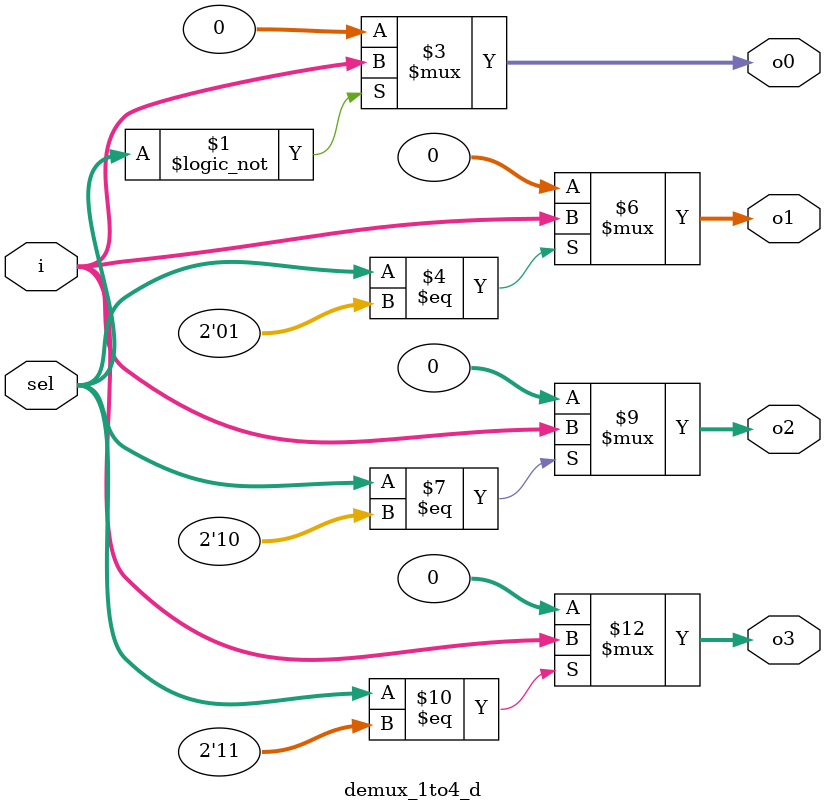
<source format=v>
module demux_1to4_d #(parameter width = 32)(
    input wire [width-1:0] i,
    input wire [1:0] sel,
    output [width-1:0] o0,
    output [width-1:0] o1,
    output [width-1:0] o2,
    output [width-1:0] o3
);

    assign o0 = (sel == 2'b00) ? i : 1'b0;
    assign o1 = (sel == 2'b01) ? i : 1'b0;
    assign o2 = (sel == 2'b10) ? i : 1'b0;
    assign o3 = (sel == 2'b11) ? i : 1'b0;

endmodule

</source>
